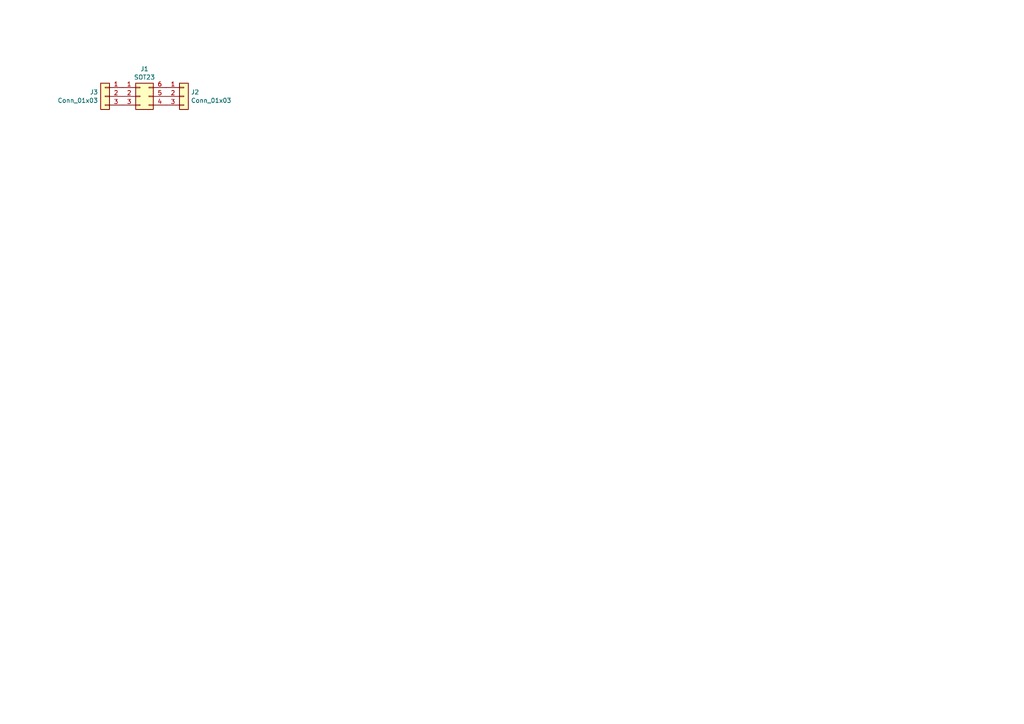
<source format=kicad_sch>
(kicad_sch (version 20230121) (generator eeschema)
  (paper "A4")
  (lib_symbols
    (symbol "Connector_Generic:Conn_01x03" (pin_names (offset 1.016) hide)
      (property "Reference" "J" (at 0 5.08 0))
      (property "Value" "Conn_01x03" (at 0 -5.08 0))
      (symbol "Conn_01x03_1_1"
        (rectangle (start -1.27 -2.413) (end 0 -2.667) (stroke (width 0.1524)))
        (rectangle (start -1.27 0.127) (end 0 -0.127) (stroke (width 0.1524)))
        (rectangle (start -1.27 2.667) (end 0 2.413) (stroke (width 0.1524)))
        (rectangle (start -1.27 3.81) (end 1.27 -3.81) (stroke (width 0.254)) (fill (type background)))
        (pin passive line (at -5.08 2.54 0) (length 3.81) (name "Pin_1") (number "1"))
        (pin passive line (at -5.08 0 0) (length 3.81) (name "Pin_2") (number "2"))
        (pin passive line (at -5.08 -2.54 0) (length 3.81) (name "Pin_3") (number "3"))
      )
    )
    (symbol "Connector_Generic:Conn_02x03_Counter_Clockwise" (pin_names (offset 1.016) hide)
      (property "Reference" "J" (at 1.27 5.08 0))
      (property "Value" "Conn_02x03_Counter_Clockwise" (at 1.27 -5.08 0))
      (symbol "Conn_02x03_Counter_Clockwise_1_1"
        (rectangle (start -1.27 -2.413) (end 0 -2.667) (stroke (width 0.1524)))
        (rectangle (start -1.27 0.127) (end 0 -0.127) (stroke (width 0.1524)))
        (rectangle (start -1.27 2.667) (end 0 2.413) (stroke (width 0.1524)))
        (rectangle (start -1.27 3.81) (end 3.81 -3.81) (stroke (width 0.254)) (fill (type background)))
        (rectangle (start 3.81 -2.413) (end 2.54 -2.667) (stroke (width 0.1524)))
        (rectangle (start 3.81 0.127) (end 2.54 -0.127) (stroke (width 0.1524)))
        (rectangle (start 3.81 2.667) (end 2.54 2.413) (stroke (width 0.1524)))
        (pin passive line (at -5.08 2.54 0) (length 3.81) (name "Pin_1") (number "1"))
        (pin passive line (at -5.08 0 0) (length 3.81) (name "Pin_2") (number "2"))
        (pin passive line (at -5.08 -2.54 0) (length 3.81) (name "Pin_3") (number "3"))
        (pin passive line (at 7.62 -2.54 180) (length 3.81) (name "Pin_4") (number "4"))
        (pin passive line (at 7.62 0 180) (length 3.81) (name "Pin_5") (number "5"))
        (pin passive line (at 7.62 2.54 180) (length 3.81) (name "Pin_6") (number "6"))
      )
    )
  )
  (symbol (lib_id "Connector_Generic:Conn_01x03") (at 53.34 27.94 0) (unit 1)
    (property "Reference" "J2" (at 55.372 26.7279 0) (effects (justify left)))
    (property "Value" "Conn_01x03" (at 55.372 29.1521 0) (effects (justify left)))
    (property "Footprint" "Connector_PinHeader_2.54mm:PinHeader_1x03_P2.54mm_Vertical" (effects hide))
  )
  (symbol (lib_id "Connector_Generic:Conn_01x03") (at 30.48 27.94 0) (mirror y) (unit 1)
    (property "Reference" "J3" (at 28.448 26.7279 0) (effects (justify left)))
    (property "Value" "Conn_01x03" (at 28.448 29.1521 0) (effects (justify left)))
    (property "Footprint" "Connector_PinHeader_2.54mm:PinHeader_1x03_P2.54mm_Vertical" (effects hide))
  )
  (symbol (lib_id "Connector_Generic:Conn_02x03_Counter_Clockwise") (at 40.64 27.94 0) (unit 1)
    (property "Reference" "J1" (at 41.91 19.9857 0))
    (property "Value" "SOT23" (at 41.91 22.4099 0))
    (property "Footprint" "Package_TO_SOT_SMD:TSOT-23-6_HandSoldering" (effects hide))
  )
)
</source>
